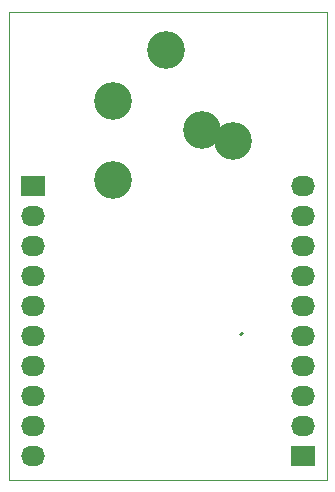
<source format=gbr>
%FSLAX46Y46*%
G04 Gerber Fmt 4.6, Leading zero omitted, Abs format (unit mm)*
G04 Created by KiCad (PCBNEW (2014-jul-16 BZR unknown)-product) date Thu 25 Sep 2014 17:48:40 CEST*
%MOMM*%
G01*
G04 APERTURE LIST*
%ADD10C,0.150000*%
%ADD11C,0.100000*%
%ADD12C,3.200400*%
%ADD13R,2.032000X1.727200*%
%ADD14O,2.032000X1.727200*%
%ADD15C,0.254000*%
G04 APERTURE END LIST*
D10*
D11*
X234696000Y-129032000D02*
X234188000Y-129032000D01*
X234696000Y-168656000D02*
X234696000Y-129032000D01*
X234188000Y-168656000D02*
X234696000Y-168656000D01*
X207772000Y-129032000D02*
X207772000Y-129794000D01*
X234188000Y-129032000D02*
X207772000Y-129032000D01*
X207772000Y-168656000D02*
X207772000Y-131318000D01*
X208026000Y-168656000D02*
X207772000Y-168656000D01*
X207772000Y-129794000D02*
X207772000Y-131572000D01*
X208026000Y-168656000D02*
X234188000Y-168656000D01*
D12*
X221142560Y-132313680D03*
X216641680Y-136613900D03*
X216641680Y-143314420D03*
X224142300Y-139014200D03*
X226743260Y-140014960D03*
D13*
X232664000Y-166624000D03*
D14*
X232664000Y-164084000D03*
X232664000Y-161544000D03*
X232664000Y-159004000D03*
X232664000Y-156464000D03*
X232664000Y-153924000D03*
X232664000Y-151384000D03*
X232664000Y-148844000D03*
X232664000Y-146304000D03*
X232664000Y-143764000D03*
D13*
X209804000Y-143764000D03*
D14*
X209804000Y-146304000D03*
X209804000Y-148844000D03*
X209804000Y-151384000D03*
X209804000Y-153924000D03*
X209804000Y-156464000D03*
X209804000Y-159004000D03*
X209804000Y-161544000D03*
X209804000Y-164084000D03*
X209804000Y-166624000D03*
D15*
X227510000Y-156210000D02*
X227360000Y-156360000D01*
M02*

</source>
